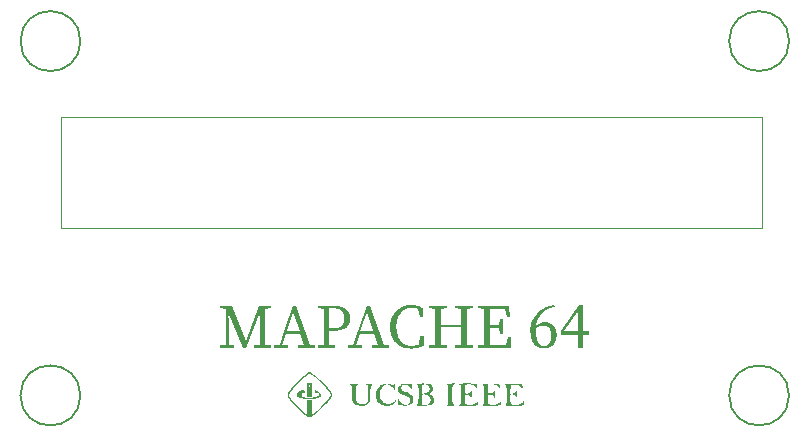
<source format=gto>
G04 Layer: TopSilkscreenLayer*
G04 EasyEDA v6.5.22, 2023-04-21 16:03:43*
G04 4c68439a23b5444c8928c868920feb27,770f932475b44407b2c7c1ef503837d0,10*
G04 Gerber Generator version 0.2*
G04 Scale: 100 percent, Rotated: No, Reflected: No *
G04 Dimensions in millimeters *
G04 leading zeros omitted , absolute positions ,4 integer and 5 decimal *
%FSLAX45Y45*%
%MOMM*%

%ADD10C,0.1001*%
%ADD11C,0.2000*%

%LPD*%
G36*
X-3804158Y-2801721D02*
G01*
X-3811168Y-2804617D01*
X-3825341Y-2811424D01*
X-3830828Y-2814523D01*
X-3837533Y-2819044D01*
X-3845204Y-2824734D01*
X-3853789Y-2831541D01*
X-3863035Y-2839262D01*
X-3882999Y-2856890D01*
X-3903929Y-2876448D01*
X-3924452Y-2896768D01*
X-3943400Y-2916580D01*
X-3951833Y-2925978D01*
X-3959402Y-2934817D01*
X-3965905Y-2942894D01*
X-3974744Y-2954883D01*
X-3978452Y-2960370D01*
X-3981653Y-2965551D01*
X-3984345Y-2970479D01*
X-3986529Y-2975203D01*
X-3988257Y-2979826D01*
X-3989527Y-2984246D01*
X-3990289Y-2988614D01*
X-3990536Y-2993085D01*
X-3979265Y-2993085D01*
X-3979011Y-2990850D01*
X-3978351Y-2988310D01*
X-3977284Y-2985363D01*
X-3973931Y-2978658D01*
X-3969156Y-2970834D01*
X-3963060Y-2962046D01*
X-3955846Y-2952445D01*
X-3947617Y-2942234D01*
X-3938524Y-2931515D01*
X-3928719Y-2920441D01*
X-3907637Y-2897835D01*
X-3891076Y-2881122D01*
X-3879951Y-2870352D01*
X-3868928Y-2860090D01*
X-3858209Y-2850489D01*
X-3847896Y-2841650D01*
X-3838143Y-2833725D01*
X-3829100Y-2826969D01*
X-3820922Y-2821381D01*
X-3813759Y-2817266D01*
X-3807714Y-2814624D01*
X-3805224Y-2813964D01*
X-3803040Y-2813761D01*
X-3799230Y-2815285D01*
X-3792118Y-2819400D01*
X-3782669Y-2825546D01*
X-3771950Y-2833014D01*
X-3764534Y-2838704D01*
X-3756202Y-2845612D01*
X-3747008Y-2853588D01*
X-3726992Y-2872181D01*
X-3705910Y-2892907D01*
X-3685184Y-2914396D01*
X-3666236Y-2935071D01*
X-3657854Y-2944672D01*
X-3644188Y-2961538D01*
X-3639261Y-2968345D01*
X-3635857Y-2973933D01*
X-3624427Y-2995168D01*
X-3643528Y-3023870D01*
X-3649624Y-3031744D01*
X-3657549Y-3041192D01*
X-3666947Y-3051860D01*
X-3688892Y-3075584D01*
X-3712870Y-3100222D01*
X-3736187Y-3123082D01*
X-3746804Y-3133039D01*
X-3756304Y-3141522D01*
X-3764279Y-3148279D01*
X-3770477Y-3152902D01*
X-3775456Y-3155645D01*
X-3777691Y-3156458D01*
X-3779520Y-3156610D01*
X-3780993Y-3155899D01*
X-3782161Y-3154222D01*
X-3783076Y-3151327D01*
X-3783736Y-3147060D01*
X-3784498Y-3133852D01*
X-3784701Y-3113176D01*
X-3784752Y-3038652D01*
X-3826865Y-3038652D01*
X-3830320Y-3162401D01*
X-3890467Y-3105404D01*
X-3910380Y-3085693D01*
X-3922522Y-3073044D01*
X-3933698Y-3060954D01*
X-3943807Y-3049422D01*
X-3952798Y-3038602D01*
X-3960571Y-3028594D01*
X-3967124Y-3019399D01*
X-3972306Y-3011170D01*
X-3976115Y-3004007D01*
X-3977487Y-3000806D01*
X-3978452Y-2997911D01*
X-3979062Y-2995320D01*
X-3979265Y-2993085D01*
X-3990536Y-2993085D01*
X-3990340Y-2997250D01*
X-3989628Y-3001619D01*
X-3988409Y-3006039D01*
X-3986733Y-3010611D01*
X-3984599Y-3015284D01*
X-3978808Y-3025292D01*
X-3971036Y-3036468D01*
X-3963111Y-3046730D01*
X-3955643Y-3055772D01*
X-3947160Y-3065424D01*
X-3937914Y-3075533D01*
X-3917594Y-3096564D01*
X-3896004Y-3117494D01*
X-3874566Y-3137204D01*
X-3864254Y-3146145D01*
X-3854450Y-3154273D01*
X-3845356Y-3161487D01*
X-3837127Y-3167532D01*
X-3825798Y-3175000D01*
X-3819601Y-3178606D01*
X-3814419Y-3181045D01*
X-3809847Y-3182366D01*
X-3805428Y-3182670D01*
X-3800805Y-3181959D01*
X-3795572Y-3180384D01*
X-3787190Y-3176930D01*
X-3781856Y-3173730D01*
X-3775151Y-3169005D01*
X-3767277Y-3162909D01*
X-3748887Y-3147517D01*
X-3727958Y-3128772D01*
X-3716985Y-3118612D01*
X-3689451Y-3091992D01*
X-3668826Y-3070961D01*
X-3650843Y-3051606D01*
X-3643325Y-3042920D01*
X-3637026Y-3035147D01*
X-3632047Y-3028442D01*
X-3627018Y-3021025D01*
X-3622954Y-3014421D01*
X-3619754Y-3008477D01*
X-3617468Y-3003042D01*
X-3616096Y-2997962D01*
X-3615690Y-2993034D01*
X-3616147Y-2988157D01*
X-3617518Y-2983077D01*
X-3619804Y-2977642D01*
X-3623005Y-2971698D01*
X-3627120Y-2965145D01*
X-3635197Y-2953461D01*
X-3642360Y-2944215D01*
X-3650843Y-2934157D01*
X-3660394Y-2923438D01*
X-3670858Y-2912262D01*
X-3682034Y-2900781D01*
X-3693718Y-2889148D01*
X-3717950Y-2866186D01*
X-3741928Y-2844749D01*
X-3753408Y-2835046D01*
X-3764229Y-2826258D01*
X-3774236Y-2818536D01*
X-3783279Y-2812084D01*
X-3791102Y-2807004D01*
X-3797503Y-2803550D01*
X-3800195Y-2802483D01*
X-3802379Y-2801874D01*
G37*
G36*
X-3827272Y-2892755D02*
G01*
X-3827272Y-2920136D01*
X-3820007Y-2920136D01*
X-3819855Y-2913634D01*
X-3819296Y-2909468D01*
X-3818382Y-2907893D01*
X-3817213Y-2909366D01*
X-3816248Y-2913126D01*
X-3815892Y-2917799D01*
X-3816010Y-2920136D01*
X-3807866Y-2920136D01*
X-3807714Y-2913634D01*
X-3807104Y-2909468D01*
X-3806190Y-2907893D01*
X-3805072Y-2909366D01*
X-3804107Y-2913126D01*
X-3803751Y-2917799D01*
X-3803846Y-2920136D01*
X-3795674Y-2920136D01*
X-3795572Y-2913634D01*
X-3794963Y-2909468D01*
X-3794048Y-2907893D01*
X-3792880Y-2909366D01*
X-3791965Y-2913126D01*
X-3791559Y-2917799D01*
X-3791813Y-2922828D01*
X-3792677Y-2927604D01*
X-3793794Y-2930347D01*
X-3794709Y-2929839D01*
X-3795369Y-2926334D01*
X-3795674Y-2920136D01*
X-3803846Y-2920136D01*
X-3803954Y-2922828D01*
X-3804818Y-2927604D01*
X-3805936Y-2930347D01*
X-3806850Y-2929839D01*
X-3807561Y-2926334D01*
X-3807866Y-2920136D01*
X-3816010Y-2920136D01*
X-3816146Y-2922828D01*
X-3817010Y-2927604D01*
X-3818077Y-2930347D01*
X-3819042Y-2929839D01*
X-3819702Y-2926334D01*
X-3820007Y-2920136D01*
X-3827272Y-2920136D01*
X-3827272Y-3014370D01*
X-3784752Y-3014370D01*
X-3784752Y-2892755D01*
G37*
G36*
X-2846425Y-2898851D02*
G01*
X-2867406Y-2899003D01*
X-2882493Y-2899460D01*
X-2888030Y-2899816D01*
X-2892298Y-2900324D01*
X-2895396Y-2900934D01*
X-2897378Y-2901696D01*
X-2898394Y-2902661D01*
X-2898444Y-2903728D01*
X-2897632Y-2904998D01*
X-2893618Y-2908706D01*
X-2891383Y-2911398D01*
X-2889402Y-2914548D01*
X-2887624Y-2918155D01*
X-2886100Y-2922320D01*
X-2884779Y-2927045D01*
X-2883712Y-2932379D01*
X-2882849Y-2938373D01*
X-2882188Y-2944977D01*
X-2881477Y-2960471D01*
X-2881768Y-2985566D01*
X-2854655Y-2985566D01*
X-2854502Y-2940354D01*
X-2854147Y-2932836D01*
X-2853537Y-2926283D01*
X-2852674Y-2920695D01*
X-2851607Y-2916174D01*
X-2850286Y-2912668D01*
X-2848762Y-2910281D01*
X-2847035Y-2908960D01*
X-2840736Y-2906928D01*
X-2834284Y-2905760D01*
X-2827883Y-2905556D01*
X-2821584Y-2906166D01*
X-2815539Y-2907690D01*
X-2809849Y-2909976D01*
X-2804566Y-2913126D01*
X-2799943Y-2917088D01*
X-2796438Y-2920949D01*
X-2793542Y-2924911D01*
X-2791256Y-2928924D01*
X-2789529Y-2932988D01*
X-2788412Y-2937002D01*
X-2787853Y-2941066D01*
X-2787853Y-2945079D01*
X-2788412Y-2948990D01*
X-2789478Y-2952800D01*
X-2791053Y-2956560D01*
X-2793136Y-2960116D01*
X-2795727Y-2963570D01*
X-2798775Y-2966770D01*
X-2802331Y-2969768D01*
X-2806293Y-2972562D01*
X-2810713Y-2975051D01*
X-2815590Y-2977286D01*
X-2820873Y-2979216D01*
X-2826562Y-2980791D01*
X-2832608Y-2981960D01*
X-2854655Y-2985566D01*
X-2881768Y-2985566D01*
X-2882392Y-3001060D01*
X-2883595Y-3020974D01*
X-2853944Y-3020974D01*
X-2853588Y-3009087D01*
X-2852724Y-3000705D01*
X-2852115Y-2998317D01*
X-2850388Y-2995523D01*
X-2847695Y-2993339D01*
X-2844139Y-2991713D01*
X-2839923Y-2990748D01*
X-2835148Y-2990291D01*
X-2829915Y-2990443D01*
X-2824429Y-2991154D01*
X-2818790Y-2992424D01*
X-2813202Y-2994202D01*
X-2807716Y-2996488D01*
X-2802483Y-2999333D01*
X-2797708Y-3002635D01*
X-2793695Y-3006140D01*
X-2790291Y-3009900D01*
X-2787446Y-3013862D01*
X-2785110Y-3017977D01*
X-2783332Y-3022244D01*
X-2782062Y-3026613D01*
X-2781249Y-3031032D01*
X-2780944Y-3035503D01*
X-2781096Y-3039922D01*
X-2781757Y-3044342D01*
X-2782773Y-3048609D01*
X-2784246Y-3052826D01*
X-2786126Y-3056839D01*
X-2788412Y-3060649D01*
X-2791053Y-3064256D01*
X-2794050Y-3067558D01*
X-2797403Y-3070606D01*
X-2801112Y-3073247D01*
X-2805125Y-3075584D01*
X-2809443Y-3077464D01*
X-2814015Y-3078886D01*
X-2818892Y-3079800D01*
X-2823972Y-3080207D01*
X-2829356Y-3080054D01*
X-2851607Y-3078175D01*
X-2853740Y-3035046D01*
X-2853944Y-3020974D01*
X-2883595Y-3020974D01*
X-2884678Y-3036620D01*
X-2886303Y-3053384D01*
X-2887268Y-3059734D01*
X-2888335Y-3064916D01*
X-2889554Y-3069082D01*
X-2891028Y-3072434D01*
X-2892704Y-3075076D01*
X-2894685Y-3077159D01*
X-2896971Y-3078835D01*
X-2901543Y-3081375D01*
X-2902610Y-3082391D01*
X-2902712Y-3083255D01*
X-2901746Y-3084017D01*
X-2899765Y-3084677D01*
X-2896717Y-3085236D01*
X-2887116Y-3086100D01*
X-2872587Y-3086608D01*
X-2852826Y-3086862D01*
X-2833776Y-3086760D01*
X-2817114Y-3086100D01*
X-2802686Y-3084830D01*
X-2790393Y-3082848D01*
X-2785008Y-3081528D01*
X-2780080Y-3080054D01*
X-2775610Y-3078378D01*
X-2771597Y-3076448D01*
X-2767990Y-3074263D01*
X-2764790Y-3071876D01*
X-2761996Y-3069234D01*
X-2759557Y-3066338D01*
X-2757474Y-3063138D01*
X-2755747Y-3059684D01*
X-2754325Y-3055924D01*
X-2753156Y-3051911D01*
X-2751734Y-3042869D01*
X-2751378Y-3037890D01*
X-2751277Y-3032556D01*
X-2751785Y-3027883D01*
X-2753106Y-3023108D01*
X-2755239Y-3018231D01*
X-2758084Y-3013456D01*
X-2761437Y-3008833D01*
X-2765298Y-3004464D01*
X-2769514Y-3000502D01*
X-2774035Y-2997047D01*
X-2778658Y-2994101D01*
X-2783382Y-2991916D01*
X-2788005Y-2990545D01*
X-2792526Y-2990037D01*
X-2794457Y-2988919D01*
X-2792933Y-2985973D01*
X-2788361Y-2981553D01*
X-2774848Y-2971546D01*
X-2769616Y-2966770D01*
X-2765348Y-2961843D01*
X-2762097Y-2956763D01*
X-2759811Y-2951581D01*
X-2758541Y-2946298D01*
X-2758236Y-2940964D01*
X-2758948Y-2935579D01*
X-2760675Y-2930194D01*
X-2763418Y-2924810D01*
X-2767126Y-2919476D01*
X-2771902Y-2914142D01*
X-2778556Y-2908096D01*
X-2781808Y-2905760D01*
X-2785313Y-2903829D01*
X-2789224Y-2902356D01*
X-2793796Y-2901137D01*
X-2799232Y-2900273D01*
X-2805734Y-2899664D01*
X-2822702Y-2899003D01*
G37*
G36*
X-2575001Y-2898851D02*
G01*
X-2622753Y-2899156D01*
X-2630525Y-2899410D01*
X-2636418Y-2899867D01*
X-2640482Y-2900527D01*
X-2642819Y-2901391D01*
X-2643530Y-2902458D01*
X-2642666Y-2903778D01*
X-2638704Y-2906522D01*
X-2637231Y-2907792D01*
X-2635910Y-2909417D01*
X-2634742Y-2911398D01*
X-2633776Y-2913786D01*
X-2632151Y-2920339D01*
X-2631033Y-2929636D01*
X-2630322Y-2942285D01*
X-2629916Y-2958998D01*
X-2629712Y-2980436D01*
X-2629763Y-3017062D01*
X-2630068Y-3036011D01*
X-2630627Y-3050641D01*
X-2631541Y-3061563D01*
X-2632151Y-3065830D01*
X-2633776Y-3072333D01*
X-2634742Y-3074771D01*
X-2635910Y-3076752D01*
X-2637231Y-3078327D01*
X-2638704Y-3079648D01*
X-2642666Y-3082340D01*
X-2643428Y-3083661D01*
X-2642666Y-3084779D01*
X-2640177Y-3085642D01*
X-2635961Y-3086252D01*
X-2629916Y-3086709D01*
X-2611831Y-3087116D01*
X-2591206Y-3086963D01*
X-2584856Y-3086557D01*
X-2580944Y-3085846D01*
X-2579166Y-3084830D01*
X-2579319Y-3083306D01*
X-2581148Y-3081274D01*
X-2586888Y-3076702D01*
X-2588971Y-3074466D01*
X-2590749Y-3071723D01*
X-2592273Y-3068370D01*
X-2593543Y-3064205D01*
X-2594610Y-3059023D01*
X-2595473Y-3052673D01*
X-2596235Y-3044952D01*
X-2597353Y-3024784D01*
X-2598318Y-2997098D01*
X-2599080Y-2957017D01*
X-2598826Y-2943555D01*
X-2598064Y-2933446D01*
X-2597454Y-2929432D01*
X-2596642Y-2925978D01*
X-2595676Y-2922981D01*
X-2594508Y-2920339D01*
X-2593136Y-2917952D01*
X-2589733Y-2913634D01*
G37*
G36*
X-2482850Y-2898851D02*
G01*
X-2504033Y-2898952D01*
X-2519578Y-2899257D01*
X-2530043Y-2899867D01*
X-2533650Y-2900324D01*
X-2536190Y-2900883D01*
X-2537866Y-2901594D01*
X-2538628Y-2902458D01*
X-2538679Y-2903474D01*
X-2538069Y-2904693D01*
X-2535072Y-2907690D01*
X-2530703Y-2911348D01*
X-2527147Y-2915056D01*
X-2525725Y-2917190D01*
X-2524506Y-2919628D01*
X-2523490Y-2922422D01*
X-2522677Y-2925775D01*
X-2521508Y-2934411D01*
X-2521000Y-2946298D01*
X-2520950Y-2962351D01*
X-2521864Y-3008985D01*
X-2522524Y-3030474D01*
X-2523286Y-3046577D01*
X-2524404Y-3058210D01*
X-2525115Y-3062630D01*
X-2526030Y-3066288D01*
X-2527096Y-3069234D01*
X-2528366Y-3071672D01*
X-2529840Y-3073654D01*
X-2533599Y-3076752D01*
X-2542184Y-3081629D01*
X-2543048Y-3082594D01*
X-2543200Y-3083407D01*
X-2542540Y-3084118D01*
X-2541066Y-3084728D01*
X-2538679Y-3085287D01*
X-2530957Y-3086150D01*
X-2518968Y-3086709D01*
X-2480208Y-3087166D01*
X-2455367Y-3087217D01*
X-2418080Y-3086658D01*
X-2404770Y-3086049D01*
X-2394610Y-3085134D01*
X-2387396Y-3084017D01*
X-2382824Y-3082544D01*
X-2381453Y-3081680D01*
X-2380640Y-3080715D01*
X-2380386Y-3079699D01*
X-2380030Y-3075533D01*
X-2379167Y-3069844D01*
X-2376373Y-3056890D01*
X-2372461Y-3041700D01*
X-2389174Y-3058109D01*
X-2393086Y-3061614D01*
X-2397556Y-3064865D01*
X-2402382Y-3067812D01*
X-2407615Y-3070504D01*
X-2413152Y-3072892D01*
X-2418943Y-3074974D01*
X-2424887Y-3076752D01*
X-2430932Y-3078175D01*
X-2437028Y-3079292D01*
X-2443073Y-3080004D01*
X-2449068Y-3080359D01*
X-2454859Y-3080308D01*
X-2460447Y-3079902D01*
X-2465730Y-3079038D01*
X-2470658Y-3077768D01*
X-2475179Y-3076041D01*
X-2479649Y-3073755D01*
X-2483154Y-3071266D01*
X-2485745Y-3068167D01*
X-2487574Y-3064002D01*
X-2488793Y-3058414D01*
X-2489504Y-3050946D01*
X-2489911Y-3028899D01*
X-2489911Y-2988513D01*
X-2470150Y-2992424D01*
X-2461615Y-2995015D01*
X-2453081Y-2999181D01*
X-2445512Y-3004362D01*
X-2439873Y-3009900D01*
X-2436469Y-3014218D01*
X-2433878Y-3016961D01*
X-2431999Y-3017977D01*
X-2430729Y-3016961D01*
X-2429967Y-3013608D01*
X-2429510Y-3007817D01*
X-2429103Y-2951784D01*
X-2443988Y-2967888D01*
X-2451201Y-2974340D01*
X-2459177Y-2979470D01*
X-2467254Y-2982772D01*
X-2474722Y-2983941D01*
X-2479802Y-2983839D01*
X-2483662Y-2983280D01*
X-2486406Y-2981756D01*
X-2488184Y-2978962D01*
X-2489098Y-2974390D01*
X-2489403Y-2967634D01*
X-2488641Y-2945942D01*
X-2486863Y-2907944D01*
X-2463292Y-2906014D01*
X-2456281Y-2905709D01*
X-2449322Y-2905912D01*
X-2442514Y-2906572D01*
X-2435860Y-2907741D01*
X-2429510Y-2909316D01*
X-2423363Y-2911348D01*
X-2417572Y-2913786D01*
X-2412187Y-2916580D01*
X-2407208Y-2919780D01*
X-2402738Y-2923336D01*
X-2398776Y-2927248D01*
X-2395423Y-2931414D01*
X-2386533Y-2944114D01*
X-2386584Y-2926588D01*
X-2386939Y-2918917D01*
X-2387447Y-2915666D01*
X-2388158Y-2912821D01*
X-2389225Y-2910281D01*
X-2390648Y-2908096D01*
X-2392527Y-2906166D01*
X-2394915Y-2904540D01*
X-2397810Y-2903220D01*
X-2401316Y-2902051D01*
X-2405532Y-2901137D01*
X-2416149Y-2899867D01*
X-2430119Y-2899206D01*
X-2447899Y-2898902D01*
G37*
G36*
X-2264511Y-2899105D02*
G01*
X-2309774Y-2899410D01*
X-2325217Y-2899816D01*
X-2335834Y-2900426D01*
X-2342184Y-2901442D01*
X-2343962Y-2902102D01*
X-2344877Y-2902864D01*
X-2345029Y-2903778D01*
X-2344470Y-2904845D01*
X-2341626Y-2907436D01*
X-2336444Y-2911246D01*
X-2333955Y-2913481D01*
X-2331872Y-2916021D01*
X-2330196Y-2919069D01*
X-2328824Y-2922879D01*
X-2327757Y-2927654D01*
X-2326995Y-2933598D01*
X-2326436Y-2941015D01*
X-2325878Y-2961081D01*
X-2325776Y-2989630D01*
X-2325979Y-3013862D01*
X-2326690Y-3033369D01*
X-2327249Y-3041548D01*
X-2328062Y-3048711D01*
X-2329027Y-3055010D01*
X-2330196Y-3060446D01*
X-2331669Y-3065119D01*
X-2333345Y-3069132D01*
X-2335326Y-3072587D01*
X-2337612Y-3075432D01*
X-2340203Y-3077870D01*
X-2343150Y-3079902D01*
X-2346401Y-3081629D01*
X-2350058Y-3083102D01*
X-2350566Y-3083509D01*
X-2349500Y-3083966D01*
X-2343251Y-3084779D01*
X-2332075Y-3085541D01*
X-2316632Y-3086150D01*
X-2275992Y-3086811D01*
X-2253843Y-3086760D01*
X-2233676Y-3086455D01*
X-2216454Y-3085795D01*
X-2202891Y-3084982D01*
X-2193848Y-3083915D01*
X-2191308Y-3083356D01*
X-2190191Y-3082747D01*
X-2188870Y-3079546D01*
X-2187092Y-3074162D01*
X-2183282Y-3059938D01*
X-2178913Y-3041700D01*
X-2196388Y-3058363D01*
X-2200503Y-3061868D01*
X-2205075Y-3065119D01*
X-2210104Y-3068116D01*
X-2215438Y-3070809D01*
X-2221128Y-3073196D01*
X-2227021Y-3075279D01*
X-2233066Y-3077057D01*
X-2239162Y-3078429D01*
X-2245309Y-3079496D01*
X-2251354Y-3080156D01*
X-2257247Y-3080461D01*
X-2262936Y-3080359D01*
X-2268372Y-3079851D01*
X-2273452Y-3078886D01*
X-2278126Y-3077464D01*
X-2282291Y-3075635D01*
X-2286101Y-3073298D01*
X-2289098Y-3070606D01*
X-2291384Y-3067304D01*
X-2293061Y-3062935D01*
X-2294229Y-3057347D01*
X-2294890Y-3050032D01*
X-2295245Y-3040837D01*
X-2295296Y-3019552D01*
X-2295042Y-3011373D01*
X-2294483Y-3004616D01*
X-2293569Y-2999282D01*
X-2292197Y-2995269D01*
X-2290267Y-2992424D01*
X-2287727Y-2990748D01*
X-2284425Y-2990088D01*
X-2280310Y-2990342D01*
X-2275332Y-2991459D01*
X-2269388Y-2993390D01*
X-2262327Y-2995980D01*
X-2256282Y-2998978D01*
X-2251303Y-3002889D01*
X-2247950Y-3007106D01*
X-2246731Y-3011170D01*
X-2246325Y-3014776D01*
X-2245309Y-3017723D01*
X-2243734Y-3019704D01*
X-2241854Y-3020415D01*
X-2239975Y-3017774D01*
X-2238502Y-3010611D01*
X-2237536Y-2999994D01*
X-2237282Y-2986989D01*
X-2237790Y-2974035D01*
X-2238857Y-2963367D01*
X-2240381Y-2956204D01*
X-2242159Y-2953562D01*
X-2243937Y-2954020D01*
X-2245410Y-2955239D01*
X-2246376Y-2957017D01*
X-2247595Y-2963367D01*
X-2249982Y-2967583D01*
X-2253589Y-2971749D01*
X-2258161Y-2975610D01*
X-2263444Y-2978962D01*
X-2269134Y-2981604D01*
X-2274925Y-2983331D01*
X-2280615Y-2983941D01*
X-2285288Y-2983788D01*
X-2288844Y-2983077D01*
X-2291486Y-2981401D01*
X-2293264Y-2978353D01*
X-2294432Y-2973527D01*
X-2295042Y-2966567D01*
X-2295347Y-2944418D01*
X-2295347Y-2904947D01*
X-2266340Y-2904947D01*
X-2259330Y-2905150D01*
X-2252573Y-2905760D01*
X-2246122Y-2906826D01*
X-2239924Y-2908249D01*
X-2233980Y-2910179D01*
X-2228291Y-2912465D01*
X-2222906Y-2915158D01*
X-2217775Y-2918307D01*
X-2212898Y-2921863D01*
X-2208276Y-2925826D01*
X-2203907Y-2930245D01*
X-2195931Y-2939491D01*
X-2193645Y-2940507D01*
X-2192578Y-2937814D01*
X-2192172Y-2926740D01*
X-2192477Y-2919018D01*
X-2192883Y-2915767D01*
X-2193594Y-2912872D01*
X-2194610Y-2910332D01*
X-2196033Y-2908147D01*
X-2197912Y-2906217D01*
X-2200300Y-2904591D01*
X-2203246Y-2903270D01*
X-2206802Y-2902153D01*
X-2211019Y-2901238D01*
X-2221738Y-2899968D01*
X-2235911Y-2899359D01*
G37*
G36*
X-2070760Y-2899206D02*
G01*
X-2114397Y-2899562D01*
X-2140712Y-2900578D01*
X-2148382Y-2901391D01*
X-2152751Y-2902458D01*
X-2153818Y-2903067D01*
X-2154123Y-2903728D01*
X-2153716Y-2904490D01*
X-2152650Y-2905353D01*
X-2146604Y-2908655D01*
X-2144826Y-2910027D01*
X-2143302Y-2911652D01*
X-2141982Y-2913684D01*
X-2140864Y-2916174D01*
X-2139950Y-2919272D01*
X-2138629Y-2927756D01*
X-2137816Y-2939999D01*
X-2137460Y-2956966D01*
X-2137359Y-3018688D01*
X-2137613Y-3038297D01*
X-2138172Y-3052775D01*
X-2139238Y-3063036D01*
X-2139950Y-3066846D01*
X-2140864Y-3069996D01*
X-2141982Y-3072485D01*
X-2143302Y-3074466D01*
X-2144826Y-3076143D01*
X-2146604Y-3077514D01*
X-2152650Y-3080816D01*
X-2153666Y-3081629D01*
X-2154021Y-3082391D01*
X-2153666Y-3083102D01*
X-2152548Y-3083712D01*
X-2150668Y-3084271D01*
X-2144420Y-3085185D01*
X-2134666Y-3085896D01*
X-2103577Y-3086709D01*
X-2057603Y-3086963D01*
X-2038197Y-3086760D01*
X-2023008Y-3086201D01*
X-2016810Y-3085693D01*
X-2011476Y-3084982D01*
X-2006955Y-3084118D01*
X-2003196Y-3083001D01*
X-2000046Y-3081629D01*
X-1997557Y-3080054D01*
X-1995576Y-3078124D01*
X-1994052Y-3075940D01*
X-1992985Y-3073400D01*
X-1992274Y-3070504D01*
X-1991817Y-3067202D01*
X-1991563Y-3059430D01*
X-1991868Y-3047898D01*
X-1992731Y-3045358D01*
X-1994712Y-3047085D01*
X-1998319Y-3052927D01*
X-2000859Y-3056585D01*
X-2004110Y-3060039D01*
X-2007971Y-3063240D01*
X-2012391Y-3066288D01*
X-2017268Y-3069031D01*
X-2022551Y-3071520D01*
X-2028189Y-3073755D01*
X-2034082Y-3075736D01*
X-2040128Y-3077362D01*
X-2046274Y-3078683D01*
X-2052472Y-3079699D01*
X-2058619Y-3080359D01*
X-2064613Y-3080664D01*
X-2070455Y-3080613D01*
X-2076043Y-3080156D01*
X-2081275Y-3079292D01*
X-2086102Y-3078073D01*
X-2090420Y-3076346D01*
X-2094230Y-3074263D01*
X-2097379Y-3071672D01*
X-2099665Y-3068828D01*
X-2101596Y-3065272D01*
X-2103272Y-3060852D01*
X-2104593Y-3055670D01*
X-2105609Y-3049625D01*
X-2106320Y-3042666D01*
X-2106777Y-3034842D01*
X-2106879Y-3014624D01*
X-2106574Y-3005886D01*
X-2105914Y-2999486D01*
X-2104745Y-2995117D01*
X-2102866Y-2992323D01*
X-2100122Y-2990799D01*
X-2096363Y-2990189D01*
X-2091436Y-2990037D01*
X-2084273Y-2991205D01*
X-2076145Y-2994406D01*
X-2068068Y-2999181D01*
X-2061057Y-3004972D01*
X-2046122Y-3019856D01*
X-2046528Y-2950514D01*
X-2058974Y-2967228D01*
X-2065629Y-2974797D01*
X-2072792Y-2979978D01*
X-2080615Y-2982976D01*
X-2089454Y-2983941D01*
X-2107488Y-2983941D01*
X-2103882Y-2907944D01*
X-2058924Y-2908300D01*
X-2050440Y-2908808D01*
X-2043277Y-2909824D01*
X-2037181Y-2911398D01*
X-2031644Y-2913735D01*
X-2026361Y-2916936D01*
X-2020976Y-2921101D01*
X-2006447Y-2933903D01*
X-2001164Y-2937560D01*
X-1998929Y-2937306D01*
X-1999589Y-2933293D01*
X-2001164Y-2928061D01*
X-2002383Y-2922016D01*
X-2003247Y-2915920D01*
X-2003653Y-2908554D01*
X-2003958Y-2906877D01*
X-2004517Y-2905404D01*
X-2005533Y-2904083D01*
X-2007057Y-2902966D01*
X-2009139Y-2902051D01*
X-2011934Y-2901289D01*
X-2015540Y-2900629D01*
X-2025446Y-2899765D01*
X-2039670Y-2899308D01*
G37*
G36*
X-3310280Y-2899257D02*
G01*
X-3325469Y-2899714D01*
X-3329127Y-2900324D01*
X-3330498Y-2901238D01*
X-3329736Y-2902610D01*
X-3327095Y-2904388D01*
X-3319322Y-2908554D01*
X-3316427Y-2910382D01*
X-3314090Y-2912414D01*
X-3312160Y-2914954D01*
X-3310686Y-2918256D01*
X-3309569Y-2922524D01*
X-3308756Y-2928010D01*
X-3308146Y-2934970D01*
X-3307791Y-2943656D01*
X-3307537Y-2967177D01*
X-3307587Y-2994202D01*
X-3307943Y-3014522D01*
X-3308959Y-3031032D01*
X-3309772Y-3037941D01*
X-3310839Y-3044037D01*
X-3312160Y-3049371D01*
X-3313836Y-3054045D01*
X-3315766Y-3058007D01*
X-3318103Y-3061360D01*
X-3320796Y-3064154D01*
X-3323945Y-3066389D01*
X-3327501Y-3068218D01*
X-3331565Y-3069590D01*
X-3336086Y-3070656D01*
X-3341166Y-3071368D01*
X-3346856Y-3071825D01*
X-3359962Y-3072079D01*
X-3370834Y-3071825D01*
X-3380181Y-3070809D01*
X-3384346Y-3069996D01*
X-3388106Y-3068980D01*
X-3391560Y-3067608D01*
X-3394710Y-3065983D01*
X-3397554Y-3064052D01*
X-3400145Y-3061766D01*
X-3402431Y-3059125D01*
X-3404463Y-3056077D01*
X-3406241Y-3052622D01*
X-3407816Y-3048762D01*
X-3409187Y-3044393D01*
X-3411270Y-3034233D01*
X-3412693Y-3021939D01*
X-3413506Y-3007309D01*
X-3413861Y-2990138D01*
X-3413861Y-2967126D01*
X-3413556Y-2946044D01*
X-3413201Y-2938018D01*
X-3412591Y-2931363D01*
X-3411829Y-2925978D01*
X-3410762Y-2921609D01*
X-3409442Y-2918053D01*
X-3407765Y-2915158D01*
X-3405733Y-2912668D01*
X-3403295Y-2910484D01*
X-3396386Y-2905353D01*
X-3393998Y-2903118D01*
X-3393643Y-2901442D01*
X-3395573Y-2900324D01*
X-3400094Y-2899664D01*
X-3407511Y-2899410D01*
X-3432301Y-2899562D01*
X-3449065Y-2900070D01*
X-3461156Y-2900883D01*
X-3465118Y-2901391D01*
X-3467455Y-2901950D01*
X-3468014Y-2902508D01*
X-3463747Y-2904134D01*
X-3461004Y-2905658D01*
X-3458464Y-2907639D01*
X-3456178Y-2910179D01*
X-3454146Y-2913278D01*
X-3452317Y-2916986D01*
X-3450691Y-2921304D01*
X-3449269Y-2926232D01*
X-3448050Y-2931922D01*
X-3446983Y-2938272D01*
X-3446119Y-2945384D01*
X-3444951Y-2961944D01*
X-3444392Y-2981858D01*
X-3443884Y-3024022D01*
X-3442817Y-3037992D01*
X-3441954Y-3043478D01*
X-3440836Y-3048203D01*
X-3439414Y-3052368D01*
X-3437686Y-3056077D01*
X-3435553Y-3059582D01*
X-3433064Y-3063036D01*
X-3430117Y-3066592D01*
X-3425901Y-3071164D01*
X-3421634Y-3074924D01*
X-3417062Y-3077972D01*
X-3411982Y-3080410D01*
X-3406140Y-3082340D01*
X-3399282Y-3083814D01*
X-3391154Y-3084982D01*
X-3381552Y-3085947D01*
X-3368040Y-3086658D01*
X-3361740Y-3086709D01*
X-3355797Y-3086506D01*
X-3344773Y-3085388D01*
X-3339693Y-3084474D01*
X-3330448Y-3081832D01*
X-3326282Y-3080105D01*
X-3322320Y-3078124D01*
X-3318662Y-3075889D01*
X-3315309Y-3073349D01*
X-3312160Y-3070504D01*
X-3309264Y-3067405D01*
X-3306622Y-3064002D01*
X-3304235Y-3060293D01*
X-3302101Y-3056280D01*
X-3300171Y-3051911D01*
X-3298444Y-3047288D01*
X-3296970Y-3042310D01*
X-3295700Y-3036976D01*
X-3293770Y-3025394D01*
X-3292652Y-3012389D01*
X-3291941Y-2976372D01*
X-3291078Y-2958033D01*
X-3290468Y-2950057D01*
X-3288690Y-2936240D01*
X-3287522Y-2930347D01*
X-3286201Y-2925165D01*
X-3284728Y-2920542D01*
X-3283051Y-2916580D01*
X-3281172Y-2913176D01*
X-3279140Y-2910332D01*
X-3276854Y-2907995D01*
X-3274364Y-2906166D01*
X-3269081Y-2903524D01*
X-3268116Y-2902407D01*
X-3268827Y-2901492D01*
X-3271164Y-2900781D01*
X-3275279Y-2900172D01*
X-3288893Y-2899460D01*
G37*
G36*
X-3144418Y-2899359D02*
G01*
X-3151530Y-2899410D01*
X-3158794Y-2899765D01*
X-3166059Y-2900578D01*
X-3173171Y-2901746D01*
X-3180029Y-2903270D01*
X-3186531Y-2905201D01*
X-3192526Y-2907487D01*
X-3197250Y-2909722D01*
X-3201771Y-2912313D01*
X-3206089Y-2915158D01*
X-3210306Y-2918307D01*
X-3218078Y-2925419D01*
X-3225038Y-2933496D01*
X-3231134Y-2942386D01*
X-3233826Y-2947111D01*
X-3236264Y-2951937D01*
X-3238500Y-2956966D01*
X-3240430Y-2962097D01*
X-3242106Y-2967329D01*
X-3243529Y-2972663D01*
X-3244646Y-2978048D01*
X-3245459Y-2983484D01*
X-3246018Y-2988970D01*
X-3246170Y-2999994D01*
X-3245764Y-3005531D01*
X-3245053Y-3011017D01*
X-3243986Y-3016453D01*
X-3242614Y-3021736D01*
X-3240938Y-3026816D01*
X-3239008Y-3031744D01*
X-3236823Y-3036468D01*
X-3231743Y-3045358D01*
X-3225749Y-3053435D01*
X-3218891Y-3060750D01*
X-3211372Y-3067202D01*
X-3203244Y-3072841D01*
X-3194558Y-3077565D01*
X-3185464Y-3081375D01*
X-3176016Y-3084322D01*
X-3171190Y-3085439D01*
X-3166313Y-3086303D01*
X-3156458Y-3087268D01*
X-3151479Y-3087420D01*
X-3141573Y-3086912D01*
X-3131718Y-3085388D01*
X-3126841Y-3084220D01*
X-3117291Y-3081121D01*
X-3112617Y-3079140D01*
X-3108045Y-3076905D01*
X-3103575Y-3074365D01*
X-3099206Y-3071571D01*
X-3094990Y-3068472D01*
X-3090875Y-3065119D01*
X-3086912Y-3061462D01*
X-3083102Y-3057499D01*
X-3078937Y-3052165D01*
X-3076143Y-3047238D01*
X-3074974Y-3043123D01*
X-3075686Y-3040532D01*
X-3078022Y-3039922D01*
X-3081324Y-3041446D01*
X-3085134Y-3044698D01*
X-3091383Y-3052267D01*
X-3094431Y-3055162D01*
X-3098139Y-3058007D01*
X-3102356Y-3060801D01*
X-3106928Y-3063443D01*
X-3111703Y-3065830D01*
X-3116630Y-3067913D01*
X-3121456Y-3069590D01*
X-3126435Y-3070910D01*
X-3131362Y-3071825D01*
X-3136188Y-3072333D01*
X-3140913Y-3072485D01*
X-3145536Y-3072333D01*
X-3150057Y-3071774D01*
X-3154426Y-3070910D01*
X-3158744Y-3069742D01*
X-3162909Y-3068269D01*
X-3166922Y-3066491D01*
X-3170834Y-3064459D01*
X-3174593Y-3062173D01*
X-3181654Y-3056788D01*
X-3188055Y-3050540D01*
X-3191052Y-3047085D01*
X-3196437Y-3039668D01*
X-3201060Y-3031540D01*
X-3203092Y-3027324D01*
X-3206546Y-3018434D01*
X-3207969Y-3013862D01*
X-3210102Y-3004413D01*
X-3210814Y-2999638D01*
X-3211525Y-2989884D01*
X-3211525Y-2984957D01*
X-3210712Y-2975152D01*
X-3208832Y-2965399D01*
X-3207512Y-2960573D01*
X-3205886Y-2955798D01*
X-3203956Y-2951124D01*
X-3201720Y-2946501D01*
X-3199180Y-2941980D01*
X-3196386Y-2937560D01*
X-3193237Y-2933242D01*
X-3189782Y-2929077D01*
X-3186023Y-2925064D01*
X-3181705Y-2921000D01*
X-3177133Y-2917240D01*
X-3172460Y-2913837D01*
X-3167786Y-2910840D01*
X-3163316Y-2908401D01*
X-3159150Y-2906522D01*
X-3155442Y-2905353D01*
X-3152292Y-2904947D01*
X-3147212Y-2905353D01*
X-3141776Y-2906572D01*
X-3135985Y-2908554D01*
X-3130092Y-2911144D01*
X-3124149Y-2914294D01*
X-3118307Y-2917952D01*
X-3112617Y-2922066D01*
X-3107283Y-2926435D01*
X-3102356Y-2931109D01*
X-3097987Y-2935935D01*
X-3094228Y-2940862D01*
X-3091332Y-2945790D01*
X-3082747Y-2962656D01*
X-3080766Y-2933141D01*
X-3080207Y-2921914D01*
X-3080156Y-2913126D01*
X-3080715Y-2906623D01*
X-3081883Y-2902356D01*
X-3083763Y-2900121D01*
X-3086404Y-2899816D01*
X-3089859Y-2901289D01*
X-3094228Y-2904490D01*
X-3099003Y-2907538D01*
X-3103829Y-2908706D01*
X-3109112Y-2907995D01*
X-3119780Y-2903372D01*
X-3125114Y-2901746D01*
X-3131108Y-2900578D01*
X-3137560Y-2899765D01*
G37*
G36*
X-3007309Y-2899613D02*
G01*
X-3012897Y-2899765D01*
X-3017672Y-2900222D01*
X-3021838Y-2901035D01*
X-3025546Y-2902305D01*
X-3029000Y-2904083D01*
X-3032353Y-2906369D01*
X-3035808Y-2909214D01*
X-3043783Y-2916834D01*
X-3048914Y-2922168D01*
X-3052978Y-2926892D01*
X-3055975Y-2931160D01*
X-3058058Y-2935173D01*
X-3059277Y-2939084D01*
X-3059684Y-2943098D01*
X-3059379Y-2947416D01*
X-3058414Y-2952140D01*
X-3056890Y-2957779D01*
X-3055264Y-2962656D01*
X-3053435Y-2967024D01*
X-3051251Y-2970834D01*
X-3048609Y-2974340D01*
X-3045409Y-2977540D01*
X-3041548Y-2980537D01*
X-3036874Y-2983484D01*
X-3031286Y-2986430D01*
X-3016910Y-2992831D01*
X-3000705Y-2999435D01*
X-2986684Y-3005683D01*
X-2974441Y-3011881D01*
X-2969412Y-3014675D01*
X-2965399Y-3017215D01*
X-2962554Y-3019298D01*
X-2958693Y-3023260D01*
X-2955798Y-3027680D01*
X-2953816Y-3032404D01*
X-2952750Y-3037332D01*
X-2952496Y-3042462D01*
X-2953054Y-3047593D01*
X-2954324Y-3052724D01*
X-2956306Y-3057702D01*
X-2958947Y-3062427D01*
X-2962198Y-3066846D01*
X-2966059Y-3070860D01*
X-2970377Y-3074314D01*
X-2975203Y-3077210D01*
X-2980436Y-3079394D01*
X-2986074Y-3080766D01*
X-2992018Y-3081223D01*
X-2996387Y-3080613D01*
X-3001365Y-3078886D01*
X-3006902Y-3076244D01*
X-3012744Y-3072739D01*
X-3018739Y-3068574D01*
X-3024682Y-3063849D01*
X-3030474Y-3058769D01*
X-3035909Y-3053435D01*
X-3040735Y-3048050D01*
X-3044901Y-3042666D01*
X-3048203Y-3037433D01*
X-3052013Y-3028696D01*
X-3053537Y-3026257D01*
X-3055010Y-3025190D01*
X-3056331Y-3025394D01*
X-3057499Y-3026765D01*
X-3058464Y-3029153D01*
X-3059226Y-3032556D01*
X-3059734Y-3036773D01*
X-3059938Y-3041751D01*
X-3059836Y-3047339D01*
X-3059379Y-3053486D01*
X-3058566Y-3060039D01*
X-3056229Y-3072688D01*
X-3053689Y-3080410D01*
X-3050743Y-3083509D01*
X-3047238Y-3082340D01*
X-3043478Y-3080512D01*
X-3038602Y-3079750D01*
X-3033166Y-3080105D01*
X-3027883Y-3081528D01*
X-3021685Y-3083661D01*
X-3015132Y-3085236D01*
X-3008426Y-3086252D01*
X-3001467Y-3086709D01*
X-2994507Y-3086608D01*
X-2987497Y-3086049D01*
X-2980537Y-3085033D01*
X-2973781Y-3083509D01*
X-2967177Y-3081578D01*
X-2960928Y-3079191D01*
X-2955036Y-3076448D01*
X-2949600Y-3073298D01*
X-2944672Y-3069742D01*
X-2940354Y-3065881D01*
X-2936748Y-3061716D01*
X-2933852Y-3057245D01*
X-2931566Y-3052318D01*
X-2929839Y-3047136D01*
X-2928620Y-3041802D01*
X-2927908Y-3036316D01*
X-2927756Y-3030880D01*
X-2928061Y-3025444D01*
X-2928874Y-3020161D01*
X-2930194Y-3015132D01*
X-2932023Y-3010357D01*
X-2934258Y-3005937D01*
X-2937002Y-3001975D01*
X-2940202Y-2998571D01*
X-2943453Y-2995930D01*
X-2948025Y-2992882D01*
X-2953664Y-2989478D01*
X-2967228Y-2982264D01*
X-2982518Y-2975051D01*
X-3000908Y-2967329D01*
X-3009442Y-2963418D01*
X-3016097Y-2959811D01*
X-3021177Y-2956407D01*
X-3024835Y-2952953D01*
X-3027324Y-2949295D01*
X-3028899Y-2945231D01*
X-3029712Y-2940608D01*
X-3030067Y-2934919D01*
X-3029610Y-2929737D01*
X-3028543Y-2925064D01*
X-3026816Y-2920898D01*
X-3024530Y-2917291D01*
X-3021736Y-2914192D01*
X-3018485Y-2911652D01*
X-3014776Y-2909620D01*
X-3010712Y-2908147D01*
X-3006293Y-2907284D01*
X-3001670Y-2906979D01*
X-2996793Y-2907233D01*
X-2991764Y-2908046D01*
X-2986582Y-2909468D01*
X-2981401Y-2911500D01*
X-2976168Y-2914091D01*
X-2970936Y-2917342D01*
X-2965856Y-2921152D01*
X-2960878Y-2925622D01*
X-2956102Y-2930702D01*
X-2939034Y-2950514D01*
X-2942793Y-2903423D01*
X-2992983Y-2900172D01*
G37*
G36*
X-3869029Y-2954324D02*
G01*
X-3873398Y-2955340D01*
X-3878376Y-2957474D01*
X-3884472Y-2960776D01*
X-3900271Y-2970530D01*
X-3906723Y-2975254D01*
X-3911396Y-2979572D01*
X-3914495Y-2983687D01*
X-3916019Y-2987802D01*
X-3916121Y-2992069D01*
X-3914952Y-2996742D01*
X-3912514Y-3001924D01*
X-3910787Y-3004566D01*
X-3908501Y-3007106D01*
X-3905656Y-3009493D01*
X-3902303Y-3011830D01*
X-3898493Y-3014014D01*
X-3889603Y-3018078D01*
X-3879138Y-3021685D01*
X-3867454Y-3024733D01*
X-3854754Y-3027273D01*
X-3841343Y-3029254D01*
X-3827424Y-3030626D01*
X-3813301Y-3031439D01*
X-3799179Y-3031591D01*
X-3785362Y-3031083D01*
X-3772052Y-3029864D01*
X-3759555Y-3027984D01*
X-3753713Y-3026765D01*
X-3748125Y-3025343D01*
X-3742893Y-3023717D01*
X-3737965Y-3021888D01*
X-3733495Y-3019907D01*
X-3726840Y-3016402D01*
X-3721150Y-3012948D01*
X-3716477Y-3009442D01*
X-3712768Y-3005988D01*
X-3710076Y-3002483D01*
X-3708298Y-2998876D01*
X-3707536Y-2995269D01*
X-3707739Y-2991561D01*
X-3708857Y-2987751D01*
X-3710940Y-2983839D01*
X-3713987Y-2979826D01*
X-3717950Y-2975610D01*
X-3725062Y-2969717D01*
X-3733342Y-2964281D01*
X-3741724Y-2959963D01*
X-3749192Y-2957372D01*
X-3757523Y-2955798D01*
X-3761943Y-2956458D01*
X-3763213Y-2959709D01*
X-3762095Y-2966110D01*
X-3760063Y-2971190D01*
X-3757320Y-2974441D01*
X-3753815Y-2975762D01*
X-3745484Y-2974187D01*
X-3741115Y-2974594D01*
X-3736797Y-2976067D01*
X-3732784Y-2978454D01*
X-3729228Y-2981655D01*
X-3726434Y-2985414D01*
X-3724605Y-2989630D01*
X-3723944Y-2994152D01*
X-3724452Y-2996844D01*
X-3725926Y-2999486D01*
X-3728262Y-3002026D01*
X-3731463Y-3004413D01*
X-3735374Y-3006699D01*
X-3739946Y-3008833D01*
X-3745179Y-3010865D01*
X-3750919Y-3012694D01*
X-3757117Y-3014370D01*
X-3770680Y-3017164D01*
X-3785209Y-3019145D01*
X-3800144Y-3020263D01*
X-3807612Y-3020517D01*
X-3822192Y-3020212D01*
X-3829100Y-3019653D01*
X-3835755Y-3018840D01*
X-3841953Y-3017723D01*
X-3847744Y-3016300D01*
X-3852976Y-3014624D01*
X-3857599Y-3012592D01*
X-3862882Y-3009595D01*
X-3867150Y-3006496D01*
X-3870502Y-3003245D01*
X-3872839Y-2999994D01*
X-3874262Y-2996641D01*
X-3874719Y-2993339D01*
X-3874160Y-2990088D01*
X-3872687Y-2986836D01*
X-3870248Y-2983788D01*
X-3866845Y-2980791D01*
X-3862476Y-2978048D01*
X-3857142Y-2975457D01*
X-3846372Y-2970682D01*
X-3842004Y-2967431D01*
X-3843477Y-2964383D01*
X-3850233Y-2960370D01*
X-3855923Y-2957423D01*
X-3860698Y-2955391D01*
X-3864965Y-2954375D01*
G37*
G36*
X-2945638Y-2233218D02*
G01*
X-2957423Y-2233574D01*
X-2969006Y-2234590D01*
X-2980283Y-2236216D01*
X-2991256Y-2238502D01*
X-3001924Y-2241448D01*
X-3012287Y-2244953D01*
X-3022244Y-2249017D01*
X-3031896Y-2253691D01*
X-3041192Y-2258923D01*
X-3050082Y-2264714D01*
X-3058566Y-2271014D01*
X-3066592Y-2277821D01*
X-3074212Y-2285136D01*
X-3081324Y-2292908D01*
X-3088030Y-2301138D01*
X-3094177Y-2309876D01*
X-3099866Y-2318969D01*
X-3104997Y-2328519D01*
X-3109620Y-2338476D01*
X-3113633Y-2348839D01*
X-3117088Y-2359558D01*
X-3119983Y-2370632D01*
X-3122269Y-2382012D01*
X-3123895Y-2393746D01*
X-3124860Y-2405837D01*
X-3125216Y-2418130D01*
X-3124911Y-2430678D01*
X-3123946Y-2442870D01*
X-3122371Y-2454757D01*
X-3120186Y-2466289D01*
X-3117392Y-2477414D01*
X-3114040Y-2488184D01*
X-3110128Y-2498547D01*
X-3105658Y-2508504D01*
X-3100628Y-2518054D01*
X-3095091Y-2527147D01*
X-3089046Y-2535783D01*
X-3082493Y-2544013D01*
X-3075432Y-2551734D01*
X-3067913Y-2558948D01*
X-3059938Y-2565704D01*
X-3051505Y-2571902D01*
X-3042666Y-2577592D01*
X-3033369Y-2582773D01*
X-3023717Y-2587345D01*
X-3013608Y-2591358D01*
X-3003143Y-2594813D01*
X-2992323Y-2597658D01*
X-2981147Y-2599893D01*
X-2969615Y-2601518D01*
X-2957779Y-2602484D01*
X-2945638Y-2602788D01*
X-2938627Y-2602738D01*
X-2924759Y-2601976D01*
X-2917901Y-2601366D01*
X-2904337Y-2599486D01*
X-2890977Y-2596794D01*
X-2877870Y-2593289D01*
X-2871419Y-2591206D01*
X-2858668Y-2586380D01*
X-2846171Y-2580640D01*
X-2839974Y-2577388D01*
X-2838958Y-2499715D01*
X-2867914Y-2499715D01*
X-2881122Y-2566720D01*
X-2888691Y-2570073D01*
X-2896311Y-2572816D01*
X-2903931Y-2575102D01*
X-2911551Y-2576830D01*
X-2919222Y-2578150D01*
X-2926791Y-2579014D01*
X-2934360Y-2579522D01*
X-2941828Y-2579725D01*
X-2953004Y-2579268D01*
X-2963824Y-2578049D01*
X-2974238Y-2575966D01*
X-2984296Y-2573020D01*
X-2989122Y-2571292D01*
X-2998520Y-2567127D01*
X-3003042Y-2564790D01*
X-3011678Y-2559405D01*
X-3015843Y-2556459D01*
X-3023768Y-2549906D01*
X-3031134Y-2542540D01*
X-3037941Y-2534361D01*
X-3044190Y-2525420D01*
X-3049828Y-2515717D01*
X-3054807Y-2505202D01*
X-3057093Y-2499664D01*
X-3061106Y-2487980D01*
X-3064459Y-2475534D01*
X-3067100Y-2462326D01*
X-3069031Y-2448356D01*
X-3069742Y-2441092D01*
X-3070504Y-2426004D01*
X-3070504Y-2410358D01*
X-3070199Y-2402738D01*
X-3068929Y-2388057D01*
X-3066846Y-2374138D01*
X-3064002Y-2360930D01*
X-3060395Y-2348534D01*
X-3058363Y-2342591D01*
X-3053740Y-2331262D01*
X-3048457Y-2320747D01*
X-3042513Y-2310993D01*
X-3036011Y-2302002D01*
X-3028950Y-2293823D01*
X-3021330Y-2286406D01*
X-3013202Y-2279802D01*
X-3004667Y-2274011D01*
X-2995625Y-2269032D01*
X-2986227Y-2264867D01*
X-2976473Y-2261514D01*
X-2966364Y-2258974D01*
X-2955950Y-2257298D01*
X-2945231Y-2256485D01*
X-2933141Y-2256536D01*
X-2926435Y-2257094D01*
X-2919780Y-2258060D01*
X-2913075Y-2259431D01*
X-2906318Y-2261260D01*
X-2899562Y-2263546D01*
X-2892806Y-2266289D01*
X-2885948Y-2269591D01*
X-2872740Y-2337104D01*
X-2843784Y-2337104D01*
X-2844800Y-2259380D01*
X-2851353Y-2255774D01*
X-2864459Y-2249424D01*
X-2870962Y-2246731D01*
X-2884017Y-2242210D01*
X-2896920Y-2238705D01*
X-2909620Y-2236165D01*
X-2922016Y-2234488D01*
X-2934055Y-2233523D01*
G37*
G36*
X-1733296Y-2234234D02*
G01*
X-1747113Y-2236216D01*
X-1760423Y-2238705D01*
X-1773326Y-2241804D01*
X-1785772Y-2245410D01*
X-1797761Y-2249525D01*
X-1809242Y-2254148D01*
X-1820316Y-2259228D01*
X-1830882Y-2264816D01*
X-1840992Y-2270861D01*
X-1850593Y-2277313D01*
X-1859737Y-2284222D01*
X-1868373Y-2291537D01*
X-1876552Y-2299208D01*
X-1884222Y-2307285D01*
X-1891385Y-2315718D01*
X-1898040Y-2324455D01*
X-1904136Y-2333548D01*
X-1909775Y-2342946D01*
X-1914906Y-2352649D01*
X-1919478Y-2362606D01*
X-1923592Y-2372868D01*
X-1927098Y-2383332D01*
X-1930095Y-2394051D01*
X-1932584Y-2404922D01*
X-1934514Y-2416048D01*
X-1935886Y-2427325D01*
X-1936750Y-2438806D01*
X-1936915Y-2443530D01*
X-1890775Y-2443530D01*
X-1890775Y-2433116D01*
X-1885492Y-2428697D01*
X-1880057Y-2424734D01*
X-1874520Y-2421178D01*
X-1868881Y-2418130D01*
X-1863191Y-2415489D01*
X-1857400Y-2413254D01*
X-1851609Y-2411425D01*
X-1845767Y-2409952D01*
X-1839925Y-2408834D01*
X-1834134Y-2408072D01*
X-1828393Y-2407615D01*
X-1822704Y-2407462D01*
X-1817166Y-2407666D01*
X-1811832Y-2408275D01*
X-1806651Y-2409291D01*
X-1801723Y-2410714D01*
X-1797050Y-2412542D01*
X-1792579Y-2414778D01*
X-1788363Y-2417470D01*
X-1784400Y-2420569D01*
X-1780692Y-2424074D01*
X-1777238Y-2428036D01*
X-1774088Y-2432456D01*
X-1771243Y-2437333D01*
X-1768652Y-2442667D01*
X-1766417Y-2448407D01*
X-1764487Y-2454656D01*
X-1762861Y-2461310D01*
X-1761642Y-2468473D01*
X-1760728Y-2476144D01*
X-1760169Y-2484221D01*
X-1759966Y-2492857D01*
X-1760169Y-2501544D01*
X-1760728Y-2509774D01*
X-1761591Y-2517546D01*
X-1762861Y-2524912D01*
X-1764436Y-2531821D01*
X-1766366Y-2538222D01*
X-1768602Y-2544267D01*
X-1771142Y-2549804D01*
X-1773936Y-2554884D01*
X-1777034Y-2559558D01*
X-1780438Y-2563774D01*
X-1784045Y-2567533D01*
X-1787956Y-2570886D01*
X-1792071Y-2573782D01*
X-1796389Y-2576220D01*
X-1800961Y-2578201D01*
X-1805736Y-2579725D01*
X-1810715Y-2580843D01*
X-1815846Y-2581503D01*
X-1821180Y-2581757D01*
X-1825752Y-2581554D01*
X-1830222Y-2581046D01*
X-1834540Y-2580132D01*
X-1838706Y-2578912D01*
X-1842770Y-2577287D01*
X-1846630Y-2575356D01*
X-1850389Y-2573020D01*
X-1853996Y-2570378D01*
X-1857400Y-2567381D01*
X-1860702Y-2564028D01*
X-1863852Y-2560269D01*
X-1866798Y-2556205D01*
X-1869643Y-2551785D01*
X-1872284Y-2547010D01*
X-1874723Y-2541930D01*
X-1877060Y-2536444D01*
X-1881174Y-2524455D01*
X-1884578Y-2511044D01*
X-1887270Y-2496261D01*
X-1889201Y-2480106D01*
X-1890369Y-2462530D01*
X-1890775Y-2443530D01*
X-1936915Y-2443530D01*
X-1937004Y-2450388D01*
X-1936597Y-2465882D01*
X-1935378Y-2480614D01*
X-1933448Y-2494635D01*
X-1930704Y-2507843D01*
X-1927199Y-2520289D01*
X-1925218Y-2526233D01*
X-1920646Y-2537460D01*
X-1915363Y-2547874D01*
X-1912518Y-2552750D01*
X-1909470Y-2557424D01*
X-1902866Y-2566060D01*
X-1895602Y-2573883D01*
X-1891792Y-2577439D01*
X-1883613Y-2583840D01*
X-1874824Y-2589326D01*
X-1870252Y-2591714D01*
X-1865528Y-2593848D01*
X-1860600Y-2595778D01*
X-1850440Y-2598826D01*
X-1845157Y-2599994D01*
X-1834184Y-2601518D01*
X-1828495Y-2601925D01*
X-1816760Y-2601925D01*
X-1810969Y-2601569D01*
X-1805279Y-2600960D01*
X-1799742Y-2600096D01*
X-1794306Y-2598978D01*
X-1783892Y-2596032D01*
X-1774037Y-2592171D01*
X-1764842Y-2587396D01*
X-1760474Y-2584653D01*
X-1752193Y-2578506D01*
X-1744675Y-2571445D01*
X-1737918Y-2563520D01*
X-1734820Y-2559253D01*
X-1731924Y-2554782D01*
X-1726742Y-2545181D01*
X-1722424Y-2534767D01*
X-1720596Y-2529230D01*
X-1717649Y-2517648D01*
X-1716532Y-2511552D01*
X-1715007Y-2498750D01*
X-1714500Y-2485186D01*
X-1714652Y-2478379D01*
X-1715058Y-2471674D01*
X-1716786Y-2458923D01*
X-1718056Y-2452827D01*
X-1721408Y-2441295D01*
X-1723491Y-2435860D01*
X-1725828Y-2430576D01*
X-1728368Y-2425598D01*
X-1731162Y-2420772D01*
X-1734210Y-2416251D01*
X-1737461Y-2411933D01*
X-1740966Y-2407818D01*
X-1744675Y-2404008D01*
X-1752752Y-2397099D01*
X-1757121Y-2394051D01*
X-1761642Y-2391257D01*
X-1766366Y-2388768D01*
X-1771294Y-2386533D01*
X-1776374Y-2384552D01*
X-1781657Y-2382875D01*
X-1787143Y-2381504D01*
X-1792732Y-2380437D01*
X-1798523Y-2379675D01*
X-1804416Y-2379218D01*
X-1815947Y-2379167D01*
X-1821281Y-2379573D01*
X-1826615Y-2380284D01*
X-1831898Y-2381250D01*
X-1837131Y-2382520D01*
X-1842312Y-2384044D01*
X-1847443Y-2385822D01*
X-1852472Y-2387854D01*
X-1862277Y-2392781D01*
X-1867052Y-2395626D01*
X-1876247Y-2402128D01*
X-1880717Y-2405786D01*
X-1889252Y-2413812D01*
X-1887575Y-2401062D01*
X-1885289Y-2388768D01*
X-1882444Y-2376982D01*
X-1878888Y-2365603D01*
X-1874774Y-2354732D01*
X-1869998Y-2344318D01*
X-1864563Y-2334412D01*
X-1858467Y-2324912D01*
X-1851710Y-2315921D01*
X-1844243Y-2307386D01*
X-1836115Y-2299360D01*
X-1827326Y-2291791D01*
X-1817776Y-2284679D01*
X-1807514Y-2278024D01*
X-1796542Y-2271877D01*
X-1784857Y-2266188D01*
X-1772412Y-2261006D01*
X-1759204Y-2256282D01*
X-1745234Y-2252014D01*
X-1730502Y-2248204D01*
G37*
G36*
X-1522476Y-2236012D02*
G01*
X-1675207Y-2454249D01*
X-1652270Y-2454249D01*
X-1535430Y-2285796D01*
X-1535430Y-2454249D01*
X-1675207Y-2454249D01*
X-1678939Y-2459583D01*
X-1678939Y-2485186D01*
X-1535430Y-2485186D01*
X-1535430Y-2595168D01*
X-1493012Y-2595168D01*
X-1493012Y-2485186D01*
X-1437132Y-2485186D01*
X-1437132Y-2454249D01*
X-1493012Y-2454249D01*
X-1493012Y-2236012D01*
G37*
G36*
X-3947668Y-2239060D02*
G01*
X-4021680Y-2457246D01*
X-3999737Y-2457246D01*
X-3945636Y-2293162D01*
X-3890518Y-2457246D01*
X-4021680Y-2457246D01*
X-4059936Y-2570022D01*
X-4102862Y-2576880D01*
X-4102862Y-2595168D01*
X-3985260Y-2595168D01*
X-3985260Y-2576880D01*
X-4036822Y-2570022D01*
X-4006342Y-2477820D01*
X-3883914Y-2477820D01*
X-3852926Y-2570530D01*
X-3904996Y-2576880D01*
X-3904996Y-2595168D01*
X-3761232Y-2595168D01*
X-3761232Y-2576880D01*
X-3802887Y-2572054D01*
X-3916679Y-2239060D01*
G37*
G36*
X-3323082Y-2239060D02*
G01*
X-3397261Y-2457246D01*
X-3375151Y-2457246D01*
X-3321050Y-2293162D01*
X-3266186Y-2457246D01*
X-3397261Y-2457246D01*
X-3435604Y-2570022D01*
X-3478529Y-2576880D01*
X-3478529Y-2595168D01*
X-3360674Y-2595168D01*
X-3360674Y-2576880D01*
X-3412490Y-2570022D01*
X-3382010Y-2477820D01*
X-3259328Y-2477820D01*
X-3228594Y-2570530D01*
X-3280664Y-2576880D01*
X-3280664Y-2595168D01*
X-3136900Y-2595168D01*
X-3136900Y-2576880D01*
X-3178302Y-2572054D01*
X-3292094Y-2239060D01*
G37*
G36*
X-4562856Y-2241346D02*
G01*
X-4562856Y-2259888D01*
X-4514596Y-2265476D01*
X-4515104Y-2570022D01*
X-4562856Y-2576880D01*
X-4562856Y-2595168D01*
X-4444746Y-2595168D01*
X-4444746Y-2576880D01*
X-4490466Y-2570022D01*
X-4490567Y-2399080D01*
X-4493514Y-2292146D01*
X-4369816Y-2595168D01*
X-4347210Y-2595168D01*
X-4228084Y-2291130D01*
X-4228388Y-2488590D01*
X-4228592Y-2523236D01*
X-4229354Y-2571546D01*
X-4275328Y-2576880D01*
X-4275328Y-2595168D01*
X-4131564Y-2595168D01*
X-4131564Y-2576880D01*
X-4180332Y-2571546D01*
X-4180992Y-2507234D01*
X-4180992Y-2334768D01*
X-4180332Y-2264968D01*
X-4131056Y-2259888D01*
X-4131056Y-2241346D01*
X-4232910Y-2241346D01*
X-4347210Y-2534970D01*
X-4466336Y-2241346D01*
G37*
G36*
X-3737101Y-2241346D02*
G01*
X-3737101Y-2259888D01*
X-3687826Y-2264968D01*
X-3687267Y-2317394D01*
X-3687064Y-2432608D01*
X-3638804Y-2432608D01*
X-3638499Y-2309368D01*
X-3637787Y-2262225D01*
X-3596284Y-2262378D01*
X-3588918Y-2262835D01*
X-3581908Y-2263597D01*
X-3575253Y-2264714D01*
X-3568954Y-2266086D01*
X-3563010Y-2267813D01*
X-3557371Y-2269794D01*
X-3552139Y-2272080D01*
X-3547211Y-2274671D01*
X-3542588Y-2277567D01*
X-3538372Y-2280716D01*
X-3534460Y-2284120D01*
X-3530854Y-2287879D01*
X-3527602Y-2291842D01*
X-3524656Y-2296109D01*
X-3522014Y-2300681D01*
X-3519728Y-2305456D01*
X-3517747Y-2310536D01*
X-3516071Y-2315870D01*
X-3514699Y-2321458D01*
X-3513632Y-2327249D01*
X-3512921Y-2333345D01*
X-3512464Y-2339695D01*
X-3512312Y-2346299D01*
X-3512464Y-2352548D01*
X-3512870Y-2358694D01*
X-3513582Y-2364638D01*
X-3514598Y-2370378D01*
X-3515868Y-2375966D01*
X-3517493Y-2381300D01*
X-3519373Y-2386431D01*
X-3521608Y-2391359D01*
X-3524148Y-2396032D01*
X-3527044Y-2400452D01*
X-3530244Y-2404668D01*
X-3533800Y-2408580D01*
X-3537712Y-2412288D01*
X-3541928Y-2415641D01*
X-3546551Y-2418791D01*
X-3551529Y-2421585D01*
X-3556863Y-2424125D01*
X-3562553Y-2426309D01*
X-3568649Y-2428189D01*
X-3575151Y-2429764D01*
X-3582009Y-2431034D01*
X-3589274Y-2431897D01*
X-3596944Y-2432456D01*
X-3687064Y-2432608D01*
X-3687267Y-2525115D01*
X-3687826Y-2571546D01*
X-3737101Y-2576880D01*
X-3737101Y-2595168D01*
X-3587496Y-2595168D01*
X-3587496Y-2576880D01*
X-3637787Y-2571038D01*
X-3638397Y-2541320D01*
X-3638804Y-2482900D01*
X-3638804Y-2453741D01*
X-3601872Y-2453589D01*
X-3593490Y-2453284D01*
X-3577488Y-2451963D01*
X-3562705Y-2449830D01*
X-3548989Y-2446934D01*
X-3536442Y-2443276D01*
X-3524910Y-2438908D01*
X-3514496Y-2433878D01*
X-3509619Y-2431135D01*
X-3505047Y-2428240D01*
X-3500729Y-2425192D01*
X-3492804Y-2418689D01*
X-3485896Y-2411628D01*
X-3482797Y-2407970D01*
X-3477260Y-2400198D01*
X-3472687Y-2392019D01*
X-3468928Y-2383485D01*
X-3466084Y-2374595D01*
X-3464102Y-2365400D01*
X-3463391Y-2360726D01*
X-3462629Y-2351125D01*
X-3462680Y-2340457D01*
X-3463036Y-2334768D01*
X-3463696Y-2329180D01*
X-3465728Y-2318461D01*
X-3467150Y-2313279D01*
X-3468827Y-2308301D01*
X-3470757Y-2303424D01*
X-3475431Y-2294128D01*
X-3478123Y-2289759D01*
X-3481120Y-2285492D01*
X-3484372Y-2281428D01*
X-3487826Y-2277567D01*
X-3491585Y-2273858D01*
X-3495598Y-2270302D01*
X-3499865Y-2266950D01*
X-3509213Y-2260803D01*
X-3514293Y-2258009D01*
X-3519576Y-2255418D01*
X-3531006Y-2250897D01*
X-3537102Y-2248916D01*
X-3543452Y-2247188D01*
X-3550107Y-2245664D01*
X-3564128Y-2243328D01*
X-3571544Y-2242464D01*
X-3579215Y-2241854D01*
X-3595370Y-2241346D01*
G37*
G36*
X-2793238Y-2241346D02*
G01*
X-2793238Y-2259888D01*
X-2743962Y-2264968D01*
X-2743047Y-2334920D01*
X-2743047Y-2496058D01*
X-2743606Y-2554173D01*
X-2743962Y-2571546D01*
X-2793238Y-2576880D01*
X-2793238Y-2595168D01*
X-2645156Y-2595168D01*
X-2645156Y-2576880D01*
X-2693670Y-2571546D01*
X-2694432Y-2519019D01*
X-2694686Y-2424226D01*
X-2522474Y-2424226D01*
X-2522728Y-2519527D01*
X-2523490Y-2571546D01*
X-2572258Y-2576880D01*
X-2572258Y-2595168D01*
X-2423922Y-2595168D01*
X-2423922Y-2576880D01*
X-2473198Y-2571546D01*
X-2474061Y-2507234D01*
X-2474214Y-2472232D01*
X-2474112Y-2340610D01*
X-2473198Y-2264968D01*
X-2423922Y-2259888D01*
X-2423922Y-2241346D01*
X-2572258Y-2241346D01*
X-2572258Y-2259888D01*
X-2523490Y-2264968D01*
X-2522880Y-2299512D01*
X-2522474Y-2368854D01*
X-2522474Y-2403652D01*
X-2694686Y-2403652D01*
X-2694279Y-2299258D01*
X-2693670Y-2264968D01*
X-2645156Y-2259888D01*
X-2645156Y-2241346D01*
G37*
G36*
X-2376678Y-2241346D02*
G01*
X-2376678Y-2259888D01*
X-2327402Y-2264968D01*
X-2326843Y-2317394D01*
X-2326690Y-2496058D01*
X-2327402Y-2571546D01*
X-2376678Y-2576880D01*
X-2376678Y-2595168D01*
X-2104644Y-2595168D01*
X-2101596Y-2501188D01*
X-2127758Y-2501188D01*
X-2141728Y-2572054D01*
X-2277364Y-2572054D01*
X-2278075Y-2524861D01*
X-2278329Y-2488692D01*
X-2278380Y-2425750D01*
X-2198116Y-2425750D01*
X-2191004Y-2476804D01*
X-2169160Y-2476804D01*
X-2169160Y-2352344D01*
X-2191004Y-2352344D01*
X-2198624Y-2404465D01*
X-2278380Y-2404465D01*
X-2278024Y-2304897D01*
X-2277364Y-2264765D01*
X-2151888Y-2264765D01*
X-2137918Y-2334615D01*
X-2111756Y-2334615D01*
X-2114550Y-2241346D01*
G37*
D10*
X-5906493Y-1579092D02*
G01*
X24508Y-1579092D01*
X24508Y-644093D01*
X-5906493Y-644093D01*
X-5906493Y-1579092D01*
D11*
G75*
G01
X-5746267Y0D02*
G03X-5746267Y0I-253721J0D01*
G75*
G01
X-5746267Y-2999994D02*
G03X-5746267Y-2999994I-253721J0D01*
G75*
G01
X253721Y-2999994D02*
G03X253721Y-2999994I-253721J0D01*
G75*
G01
X253721Y0D02*
G03X253721Y0I-253721J0D01*
M02*

</source>
